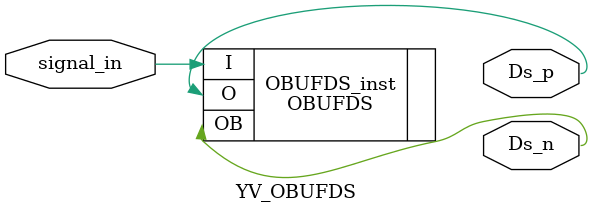
<source format=v>
`timescale 1ns / 1ps


module YV_OBUFDS(
   input signal_in,
   output Ds_p,
   output Ds_n
    );
    
OBUFDS 
//#(
//      .IOSTANDARD("LVDS_25") // Specify the output I/O standard
//   ) 
   OBUFDS_inst (
      .O(Ds_p),     // Diff_p output (connect directly to top-level port) (p type differential o/p)
      .OB(Ds_n),   // Diff_n output (connect directly to top-level port) (n type differential o/p)
      .I(signal_in)      // Buffer input (this is the single ended standard)
   );
   


endmodule

</source>
